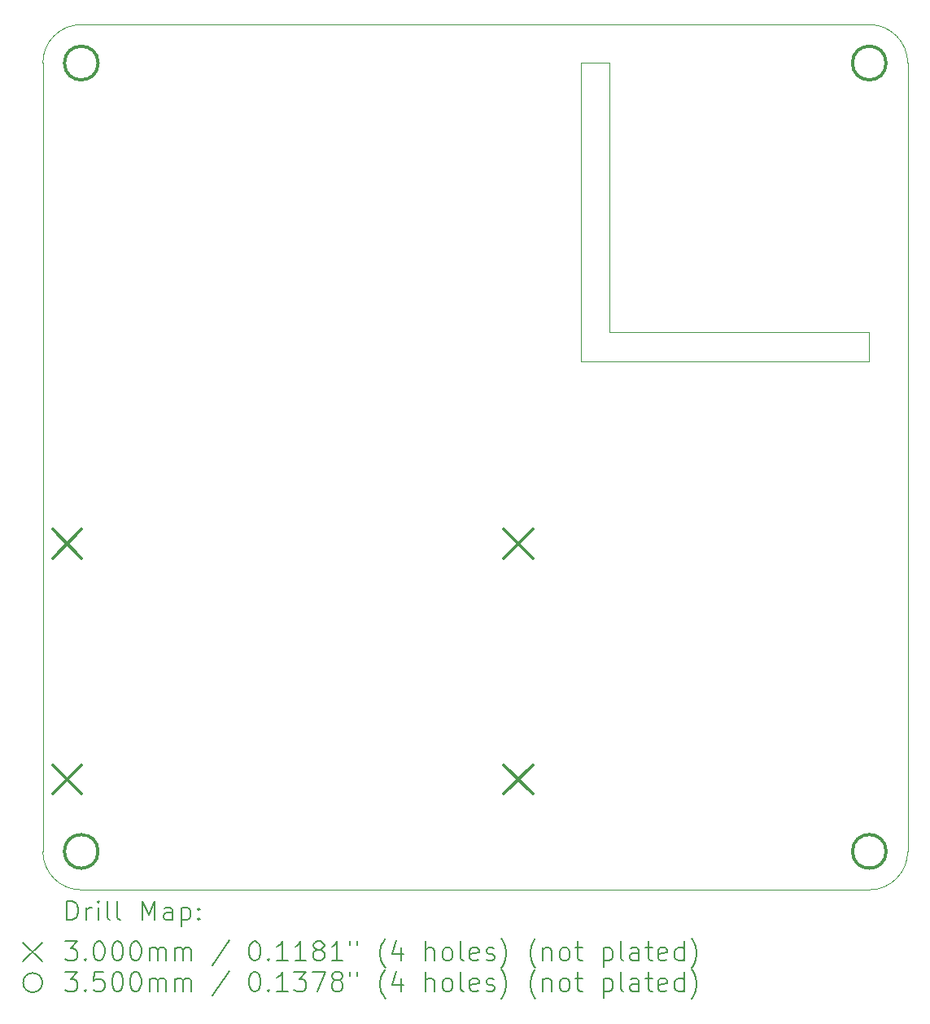
<source format=gbr>
%TF.GenerationSoftware,KiCad,Pcbnew,(6.0.7)*%
%TF.CreationDate,2022-11-19T09:32:56+05:30*%
%TF.ProjectId,ESP32_Drive,45535033-325f-4447-9269-76652e6b6963,rev?*%
%TF.SameCoordinates,Original*%
%TF.FileFunction,Drillmap*%
%TF.FilePolarity,Positive*%
%FSLAX45Y45*%
G04 Gerber Fmt 4.5, Leading zero omitted, Abs format (unit mm)*
G04 Created by KiCad (PCBNEW (6.0.7)) date 2022-11-19 09:32:56*
%MOMM*%
%LPD*%
G01*
G04 APERTURE LIST*
%ADD10C,0.100000*%
%ADD11C,0.200000*%
%ADD12C,0.300000*%
%ADD13C,0.350000*%
G04 APERTURE END LIST*
D10*
X10600000Y-6400000D02*
X10900000Y-6400000D01*
X5000000Y-14600000D02*
G75*
G03*
X5400000Y-15000000I400000J0D01*
G01*
X5400000Y-6000000D02*
G75*
G03*
X5000000Y-6400000I0J-400000D01*
G01*
X13600000Y-15000000D02*
G75*
G03*
X14000000Y-14600000I0J400000D01*
G01*
X13600000Y-9200000D02*
X13600000Y-9500000D01*
X10900000Y-6400000D02*
X10900000Y-9200000D01*
X10600000Y-9500000D02*
X10600000Y-6400000D01*
X5400000Y-6000000D02*
X13600000Y-6000000D01*
X13600000Y-15000000D02*
X5400000Y-15000000D01*
X5000000Y-14600000D02*
X5000000Y-6400000D01*
X14000000Y-6400000D02*
X14000000Y-14600000D01*
X10900000Y-9200000D02*
X13600000Y-9200000D01*
X14000000Y-6400000D02*
G75*
G03*
X13600000Y-6000000I-400000J0D01*
G01*
X13600000Y-9500000D02*
X10600000Y-9500000D01*
D11*
D12*
X5102500Y-11249750D02*
X5402500Y-11549750D01*
X5402500Y-11249750D02*
X5102500Y-11549750D01*
X5102500Y-13700750D02*
X5402500Y-14000750D01*
X5402500Y-13700750D02*
X5102500Y-14000750D01*
X9797500Y-11249750D02*
X10097500Y-11549750D01*
X10097500Y-11249750D02*
X9797500Y-11549750D01*
X9797500Y-13700750D02*
X10097500Y-14000750D01*
X10097500Y-13700750D02*
X9797500Y-14000750D01*
D13*
X5575000Y-6400000D02*
G75*
G03*
X5575000Y-6400000I-175000J0D01*
G01*
X5575000Y-14600000D02*
G75*
G03*
X5575000Y-14600000I-175000J0D01*
G01*
X13775000Y-6400000D02*
G75*
G03*
X13775000Y-6400000I-175000J0D01*
G01*
X13775000Y-14600000D02*
G75*
G03*
X13775000Y-14600000I-175000J0D01*
G01*
D11*
X5252619Y-15315476D02*
X5252619Y-15115476D01*
X5300238Y-15115476D01*
X5328810Y-15125000D01*
X5347857Y-15144048D01*
X5357381Y-15163095D01*
X5366905Y-15201190D01*
X5366905Y-15229762D01*
X5357381Y-15267857D01*
X5347857Y-15286905D01*
X5328810Y-15305952D01*
X5300238Y-15315476D01*
X5252619Y-15315476D01*
X5452619Y-15315476D02*
X5452619Y-15182143D01*
X5452619Y-15220238D02*
X5462143Y-15201190D01*
X5471667Y-15191667D01*
X5490714Y-15182143D01*
X5509762Y-15182143D01*
X5576429Y-15315476D02*
X5576429Y-15182143D01*
X5576429Y-15115476D02*
X5566905Y-15125000D01*
X5576429Y-15134524D01*
X5585952Y-15125000D01*
X5576429Y-15115476D01*
X5576429Y-15134524D01*
X5700238Y-15315476D02*
X5681190Y-15305952D01*
X5671667Y-15286905D01*
X5671667Y-15115476D01*
X5805000Y-15315476D02*
X5785952Y-15305952D01*
X5776428Y-15286905D01*
X5776428Y-15115476D01*
X6033571Y-15315476D02*
X6033571Y-15115476D01*
X6100238Y-15258333D01*
X6166905Y-15115476D01*
X6166905Y-15315476D01*
X6347857Y-15315476D02*
X6347857Y-15210714D01*
X6338333Y-15191667D01*
X6319286Y-15182143D01*
X6281190Y-15182143D01*
X6262143Y-15191667D01*
X6347857Y-15305952D02*
X6328809Y-15315476D01*
X6281190Y-15315476D01*
X6262143Y-15305952D01*
X6252619Y-15286905D01*
X6252619Y-15267857D01*
X6262143Y-15248809D01*
X6281190Y-15239286D01*
X6328809Y-15239286D01*
X6347857Y-15229762D01*
X6443095Y-15182143D02*
X6443095Y-15382143D01*
X6443095Y-15191667D02*
X6462143Y-15182143D01*
X6500238Y-15182143D01*
X6519286Y-15191667D01*
X6528809Y-15201190D01*
X6538333Y-15220238D01*
X6538333Y-15277381D01*
X6528809Y-15296428D01*
X6519286Y-15305952D01*
X6500238Y-15315476D01*
X6462143Y-15315476D01*
X6443095Y-15305952D01*
X6624048Y-15296428D02*
X6633571Y-15305952D01*
X6624048Y-15315476D01*
X6614524Y-15305952D01*
X6624048Y-15296428D01*
X6624048Y-15315476D01*
X6624048Y-15191667D02*
X6633571Y-15201190D01*
X6624048Y-15210714D01*
X6614524Y-15201190D01*
X6624048Y-15191667D01*
X6624048Y-15210714D01*
X4795000Y-15545000D02*
X4995000Y-15745000D01*
X4995000Y-15545000D02*
X4795000Y-15745000D01*
X5233571Y-15535476D02*
X5357381Y-15535476D01*
X5290714Y-15611667D01*
X5319286Y-15611667D01*
X5338333Y-15621190D01*
X5347857Y-15630714D01*
X5357381Y-15649762D01*
X5357381Y-15697381D01*
X5347857Y-15716428D01*
X5338333Y-15725952D01*
X5319286Y-15735476D01*
X5262143Y-15735476D01*
X5243095Y-15725952D01*
X5233571Y-15716428D01*
X5443095Y-15716428D02*
X5452619Y-15725952D01*
X5443095Y-15735476D01*
X5433571Y-15725952D01*
X5443095Y-15716428D01*
X5443095Y-15735476D01*
X5576429Y-15535476D02*
X5595476Y-15535476D01*
X5614524Y-15545000D01*
X5624048Y-15554524D01*
X5633571Y-15573571D01*
X5643095Y-15611667D01*
X5643095Y-15659286D01*
X5633571Y-15697381D01*
X5624048Y-15716428D01*
X5614524Y-15725952D01*
X5595476Y-15735476D01*
X5576429Y-15735476D01*
X5557381Y-15725952D01*
X5547857Y-15716428D01*
X5538333Y-15697381D01*
X5528810Y-15659286D01*
X5528810Y-15611667D01*
X5538333Y-15573571D01*
X5547857Y-15554524D01*
X5557381Y-15545000D01*
X5576429Y-15535476D01*
X5766905Y-15535476D02*
X5785952Y-15535476D01*
X5805000Y-15545000D01*
X5814524Y-15554524D01*
X5824048Y-15573571D01*
X5833571Y-15611667D01*
X5833571Y-15659286D01*
X5824048Y-15697381D01*
X5814524Y-15716428D01*
X5805000Y-15725952D01*
X5785952Y-15735476D01*
X5766905Y-15735476D01*
X5747857Y-15725952D01*
X5738333Y-15716428D01*
X5728809Y-15697381D01*
X5719286Y-15659286D01*
X5719286Y-15611667D01*
X5728809Y-15573571D01*
X5738333Y-15554524D01*
X5747857Y-15545000D01*
X5766905Y-15535476D01*
X5957381Y-15535476D02*
X5976428Y-15535476D01*
X5995476Y-15545000D01*
X6005000Y-15554524D01*
X6014524Y-15573571D01*
X6024048Y-15611667D01*
X6024048Y-15659286D01*
X6014524Y-15697381D01*
X6005000Y-15716428D01*
X5995476Y-15725952D01*
X5976428Y-15735476D01*
X5957381Y-15735476D01*
X5938333Y-15725952D01*
X5928809Y-15716428D01*
X5919286Y-15697381D01*
X5909762Y-15659286D01*
X5909762Y-15611667D01*
X5919286Y-15573571D01*
X5928809Y-15554524D01*
X5938333Y-15545000D01*
X5957381Y-15535476D01*
X6109762Y-15735476D02*
X6109762Y-15602143D01*
X6109762Y-15621190D02*
X6119286Y-15611667D01*
X6138333Y-15602143D01*
X6166905Y-15602143D01*
X6185952Y-15611667D01*
X6195476Y-15630714D01*
X6195476Y-15735476D01*
X6195476Y-15630714D02*
X6205000Y-15611667D01*
X6224048Y-15602143D01*
X6252619Y-15602143D01*
X6271667Y-15611667D01*
X6281190Y-15630714D01*
X6281190Y-15735476D01*
X6376428Y-15735476D02*
X6376428Y-15602143D01*
X6376428Y-15621190D02*
X6385952Y-15611667D01*
X6405000Y-15602143D01*
X6433571Y-15602143D01*
X6452619Y-15611667D01*
X6462143Y-15630714D01*
X6462143Y-15735476D01*
X6462143Y-15630714D02*
X6471667Y-15611667D01*
X6490714Y-15602143D01*
X6519286Y-15602143D01*
X6538333Y-15611667D01*
X6547857Y-15630714D01*
X6547857Y-15735476D01*
X6938333Y-15525952D02*
X6766905Y-15783095D01*
X7195476Y-15535476D02*
X7214524Y-15535476D01*
X7233571Y-15545000D01*
X7243095Y-15554524D01*
X7252619Y-15573571D01*
X7262143Y-15611667D01*
X7262143Y-15659286D01*
X7252619Y-15697381D01*
X7243095Y-15716428D01*
X7233571Y-15725952D01*
X7214524Y-15735476D01*
X7195476Y-15735476D01*
X7176428Y-15725952D01*
X7166905Y-15716428D01*
X7157381Y-15697381D01*
X7147857Y-15659286D01*
X7147857Y-15611667D01*
X7157381Y-15573571D01*
X7166905Y-15554524D01*
X7176428Y-15545000D01*
X7195476Y-15535476D01*
X7347857Y-15716428D02*
X7357381Y-15725952D01*
X7347857Y-15735476D01*
X7338333Y-15725952D01*
X7347857Y-15716428D01*
X7347857Y-15735476D01*
X7547857Y-15735476D02*
X7433571Y-15735476D01*
X7490714Y-15735476D02*
X7490714Y-15535476D01*
X7471667Y-15564048D01*
X7452619Y-15583095D01*
X7433571Y-15592619D01*
X7738333Y-15735476D02*
X7624048Y-15735476D01*
X7681190Y-15735476D02*
X7681190Y-15535476D01*
X7662143Y-15564048D01*
X7643095Y-15583095D01*
X7624048Y-15592619D01*
X7852619Y-15621190D02*
X7833571Y-15611667D01*
X7824048Y-15602143D01*
X7814524Y-15583095D01*
X7814524Y-15573571D01*
X7824048Y-15554524D01*
X7833571Y-15545000D01*
X7852619Y-15535476D01*
X7890714Y-15535476D01*
X7909762Y-15545000D01*
X7919286Y-15554524D01*
X7928809Y-15573571D01*
X7928809Y-15583095D01*
X7919286Y-15602143D01*
X7909762Y-15611667D01*
X7890714Y-15621190D01*
X7852619Y-15621190D01*
X7833571Y-15630714D01*
X7824048Y-15640238D01*
X7814524Y-15659286D01*
X7814524Y-15697381D01*
X7824048Y-15716428D01*
X7833571Y-15725952D01*
X7852619Y-15735476D01*
X7890714Y-15735476D01*
X7909762Y-15725952D01*
X7919286Y-15716428D01*
X7928809Y-15697381D01*
X7928809Y-15659286D01*
X7919286Y-15640238D01*
X7909762Y-15630714D01*
X7890714Y-15621190D01*
X8119286Y-15735476D02*
X8005000Y-15735476D01*
X8062143Y-15735476D02*
X8062143Y-15535476D01*
X8043095Y-15564048D01*
X8024048Y-15583095D01*
X8005000Y-15592619D01*
X8195476Y-15535476D02*
X8195476Y-15573571D01*
X8271667Y-15535476D02*
X8271667Y-15573571D01*
X8566905Y-15811667D02*
X8557381Y-15802143D01*
X8538333Y-15773571D01*
X8528810Y-15754524D01*
X8519286Y-15725952D01*
X8509762Y-15678333D01*
X8509762Y-15640238D01*
X8519286Y-15592619D01*
X8528810Y-15564048D01*
X8538333Y-15545000D01*
X8557381Y-15516428D01*
X8566905Y-15506905D01*
X8728810Y-15602143D02*
X8728810Y-15735476D01*
X8681190Y-15525952D02*
X8633571Y-15668809D01*
X8757381Y-15668809D01*
X8985952Y-15735476D02*
X8985952Y-15535476D01*
X9071667Y-15735476D02*
X9071667Y-15630714D01*
X9062143Y-15611667D01*
X9043095Y-15602143D01*
X9014524Y-15602143D01*
X8995476Y-15611667D01*
X8985952Y-15621190D01*
X9195476Y-15735476D02*
X9176429Y-15725952D01*
X9166905Y-15716428D01*
X9157381Y-15697381D01*
X9157381Y-15640238D01*
X9166905Y-15621190D01*
X9176429Y-15611667D01*
X9195476Y-15602143D01*
X9224048Y-15602143D01*
X9243095Y-15611667D01*
X9252619Y-15621190D01*
X9262143Y-15640238D01*
X9262143Y-15697381D01*
X9252619Y-15716428D01*
X9243095Y-15725952D01*
X9224048Y-15735476D01*
X9195476Y-15735476D01*
X9376429Y-15735476D02*
X9357381Y-15725952D01*
X9347857Y-15706905D01*
X9347857Y-15535476D01*
X9528810Y-15725952D02*
X9509762Y-15735476D01*
X9471667Y-15735476D01*
X9452619Y-15725952D01*
X9443095Y-15706905D01*
X9443095Y-15630714D01*
X9452619Y-15611667D01*
X9471667Y-15602143D01*
X9509762Y-15602143D01*
X9528810Y-15611667D01*
X9538333Y-15630714D01*
X9538333Y-15649762D01*
X9443095Y-15668809D01*
X9614524Y-15725952D02*
X9633571Y-15735476D01*
X9671667Y-15735476D01*
X9690714Y-15725952D01*
X9700238Y-15706905D01*
X9700238Y-15697381D01*
X9690714Y-15678333D01*
X9671667Y-15668809D01*
X9643095Y-15668809D01*
X9624048Y-15659286D01*
X9614524Y-15640238D01*
X9614524Y-15630714D01*
X9624048Y-15611667D01*
X9643095Y-15602143D01*
X9671667Y-15602143D01*
X9690714Y-15611667D01*
X9766905Y-15811667D02*
X9776429Y-15802143D01*
X9795476Y-15773571D01*
X9805000Y-15754524D01*
X9814524Y-15725952D01*
X9824048Y-15678333D01*
X9824048Y-15640238D01*
X9814524Y-15592619D01*
X9805000Y-15564048D01*
X9795476Y-15545000D01*
X9776429Y-15516428D01*
X9766905Y-15506905D01*
X10128810Y-15811667D02*
X10119286Y-15802143D01*
X10100238Y-15773571D01*
X10090714Y-15754524D01*
X10081190Y-15725952D01*
X10071667Y-15678333D01*
X10071667Y-15640238D01*
X10081190Y-15592619D01*
X10090714Y-15564048D01*
X10100238Y-15545000D01*
X10119286Y-15516428D01*
X10128810Y-15506905D01*
X10205000Y-15602143D02*
X10205000Y-15735476D01*
X10205000Y-15621190D02*
X10214524Y-15611667D01*
X10233571Y-15602143D01*
X10262143Y-15602143D01*
X10281190Y-15611667D01*
X10290714Y-15630714D01*
X10290714Y-15735476D01*
X10414524Y-15735476D02*
X10395476Y-15725952D01*
X10385952Y-15716428D01*
X10376429Y-15697381D01*
X10376429Y-15640238D01*
X10385952Y-15621190D01*
X10395476Y-15611667D01*
X10414524Y-15602143D01*
X10443095Y-15602143D01*
X10462143Y-15611667D01*
X10471667Y-15621190D01*
X10481190Y-15640238D01*
X10481190Y-15697381D01*
X10471667Y-15716428D01*
X10462143Y-15725952D01*
X10443095Y-15735476D01*
X10414524Y-15735476D01*
X10538333Y-15602143D02*
X10614524Y-15602143D01*
X10566905Y-15535476D02*
X10566905Y-15706905D01*
X10576429Y-15725952D01*
X10595476Y-15735476D01*
X10614524Y-15735476D01*
X10833571Y-15602143D02*
X10833571Y-15802143D01*
X10833571Y-15611667D02*
X10852619Y-15602143D01*
X10890714Y-15602143D01*
X10909762Y-15611667D01*
X10919286Y-15621190D01*
X10928810Y-15640238D01*
X10928810Y-15697381D01*
X10919286Y-15716428D01*
X10909762Y-15725952D01*
X10890714Y-15735476D01*
X10852619Y-15735476D01*
X10833571Y-15725952D01*
X11043095Y-15735476D02*
X11024048Y-15725952D01*
X11014524Y-15706905D01*
X11014524Y-15535476D01*
X11205000Y-15735476D02*
X11205000Y-15630714D01*
X11195476Y-15611667D01*
X11176429Y-15602143D01*
X11138333Y-15602143D01*
X11119286Y-15611667D01*
X11205000Y-15725952D02*
X11185952Y-15735476D01*
X11138333Y-15735476D01*
X11119286Y-15725952D01*
X11109762Y-15706905D01*
X11109762Y-15687857D01*
X11119286Y-15668809D01*
X11138333Y-15659286D01*
X11185952Y-15659286D01*
X11205000Y-15649762D01*
X11271667Y-15602143D02*
X11347857Y-15602143D01*
X11300238Y-15535476D02*
X11300238Y-15706905D01*
X11309762Y-15725952D01*
X11328809Y-15735476D01*
X11347857Y-15735476D01*
X11490714Y-15725952D02*
X11471667Y-15735476D01*
X11433571Y-15735476D01*
X11414524Y-15725952D01*
X11405000Y-15706905D01*
X11405000Y-15630714D01*
X11414524Y-15611667D01*
X11433571Y-15602143D01*
X11471667Y-15602143D01*
X11490714Y-15611667D01*
X11500238Y-15630714D01*
X11500238Y-15649762D01*
X11405000Y-15668809D01*
X11671667Y-15735476D02*
X11671667Y-15535476D01*
X11671667Y-15725952D02*
X11652619Y-15735476D01*
X11614524Y-15735476D01*
X11595476Y-15725952D01*
X11585952Y-15716428D01*
X11576428Y-15697381D01*
X11576428Y-15640238D01*
X11585952Y-15621190D01*
X11595476Y-15611667D01*
X11614524Y-15602143D01*
X11652619Y-15602143D01*
X11671667Y-15611667D01*
X11747857Y-15811667D02*
X11757381Y-15802143D01*
X11776428Y-15773571D01*
X11785952Y-15754524D01*
X11795476Y-15725952D01*
X11805000Y-15678333D01*
X11805000Y-15640238D01*
X11795476Y-15592619D01*
X11785952Y-15564048D01*
X11776428Y-15545000D01*
X11757381Y-15516428D01*
X11747857Y-15506905D01*
X4995000Y-15965000D02*
G75*
G03*
X4995000Y-15965000I-100000J0D01*
G01*
X5233571Y-15855476D02*
X5357381Y-15855476D01*
X5290714Y-15931667D01*
X5319286Y-15931667D01*
X5338333Y-15941190D01*
X5347857Y-15950714D01*
X5357381Y-15969762D01*
X5357381Y-16017381D01*
X5347857Y-16036428D01*
X5338333Y-16045952D01*
X5319286Y-16055476D01*
X5262143Y-16055476D01*
X5243095Y-16045952D01*
X5233571Y-16036428D01*
X5443095Y-16036428D02*
X5452619Y-16045952D01*
X5443095Y-16055476D01*
X5433571Y-16045952D01*
X5443095Y-16036428D01*
X5443095Y-16055476D01*
X5633571Y-15855476D02*
X5538333Y-15855476D01*
X5528810Y-15950714D01*
X5538333Y-15941190D01*
X5557381Y-15931667D01*
X5605000Y-15931667D01*
X5624048Y-15941190D01*
X5633571Y-15950714D01*
X5643095Y-15969762D01*
X5643095Y-16017381D01*
X5633571Y-16036428D01*
X5624048Y-16045952D01*
X5605000Y-16055476D01*
X5557381Y-16055476D01*
X5538333Y-16045952D01*
X5528810Y-16036428D01*
X5766905Y-15855476D02*
X5785952Y-15855476D01*
X5805000Y-15865000D01*
X5814524Y-15874524D01*
X5824048Y-15893571D01*
X5833571Y-15931667D01*
X5833571Y-15979286D01*
X5824048Y-16017381D01*
X5814524Y-16036428D01*
X5805000Y-16045952D01*
X5785952Y-16055476D01*
X5766905Y-16055476D01*
X5747857Y-16045952D01*
X5738333Y-16036428D01*
X5728809Y-16017381D01*
X5719286Y-15979286D01*
X5719286Y-15931667D01*
X5728809Y-15893571D01*
X5738333Y-15874524D01*
X5747857Y-15865000D01*
X5766905Y-15855476D01*
X5957381Y-15855476D02*
X5976428Y-15855476D01*
X5995476Y-15865000D01*
X6005000Y-15874524D01*
X6014524Y-15893571D01*
X6024048Y-15931667D01*
X6024048Y-15979286D01*
X6014524Y-16017381D01*
X6005000Y-16036428D01*
X5995476Y-16045952D01*
X5976428Y-16055476D01*
X5957381Y-16055476D01*
X5938333Y-16045952D01*
X5928809Y-16036428D01*
X5919286Y-16017381D01*
X5909762Y-15979286D01*
X5909762Y-15931667D01*
X5919286Y-15893571D01*
X5928809Y-15874524D01*
X5938333Y-15865000D01*
X5957381Y-15855476D01*
X6109762Y-16055476D02*
X6109762Y-15922143D01*
X6109762Y-15941190D02*
X6119286Y-15931667D01*
X6138333Y-15922143D01*
X6166905Y-15922143D01*
X6185952Y-15931667D01*
X6195476Y-15950714D01*
X6195476Y-16055476D01*
X6195476Y-15950714D02*
X6205000Y-15931667D01*
X6224048Y-15922143D01*
X6252619Y-15922143D01*
X6271667Y-15931667D01*
X6281190Y-15950714D01*
X6281190Y-16055476D01*
X6376428Y-16055476D02*
X6376428Y-15922143D01*
X6376428Y-15941190D02*
X6385952Y-15931667D01*
X6405000Y-15922143D01*
X6433571Y-15922143D01*
X6452619Y-15931667D01*
X6462143Y-15950714D01*
X6462143Y-16055476D01*
X6462143Y-15950714D02*
X6471667Y-15931667D01*
X6490714Y-15922143D01*
X6519286Y-15922143D01*
X6538333Y-15931667D01*
X6547857Y-15950714D01*
X6547857Y-16055476D01*
X6938333Y-15845952D02*
X6766905Y-16103095D01*
X7195476Y-15855476D02*
X7214524Y-15855476D01*
X7233571Y-15865000D01*
X7243095Y-15874524D01*
X7252619Y-15893571D01*
X7262143Y-15931667D01*
X7262143Y-15979286D01*
X7252619Y-16017381D01*
X7243095Y-16036428D01*
X7233571Y-16045952D01*
X7214524Y-16055476D01*
X7195476Y-16055476D01*
X7176428Y-16045952D01*
X7166905Y-16036428D01*
X7157381Y-16017381D01*
X7147857Y-15979286D01*
X7147857Y-15931667D01*
X7157381Y-15893571D01*
X7166905Y-15874524D01*
X7176428Y-15865000D01*
X7195476Y-15855476D01*
X7347857Y-16036428D02*
X7357381Y-16045952D01*
X7347857Y-16055476D01*
X7338333Y-16045952D01*
X7347857Y-16036428D01*
X7347857Y-16055476D01*
X7547857Y-16055476D02*
X7433571Y-16055476D01*
X7490714Y-16055476D02*
X7490714Y-15855476D01*
X7471667Y-15884048D01*
X7452619Y-15903095D01*
X7433571Y-15912619D01*
X7614524Y-15855476D02*
X7738333Y-15855476D01*
X7671667Y-15931667D01*
X7700238Y-15931667D01*
X7719286Y-15941190D01*
X7728809Y-15950714D01*
X7738333Y-15969762D01*
X7738333Y-16017381D01*
X7728809Y-16036428D01*
X7719286Y-16045952D01*
X7700238Y-16055476D01*
X7643095Y-16055476D01*
X7624048Y-16045952D01*
X7614524Y-16036428D01*
X7805000Y-15855476D02*
X7938333Y-15855476D01*
X7852619Y-16055476D01*
X8043095Y-15941190D02*
X8024048Y-15931667D01*
X8014524Y-15922143D01*
X8005000Y-15903095D01*
X8005000Y-15893571D01*
X8014524Y-15874524D01*
X8024048Y-15865000D01*
X8043095Y-15855476D01*
X8081190Y-15855476D01*
X8100238Y-15865000D01*
X8109762Y-15874524D01*
X8119286Y-15893571D01*
X8119286Y-15903095D01*
X8109762Y-15922143D01*
X8100238Y-15931667D01*
X8081190Y-15941190D01*
X8043095Y-15941190D01*
X8024048Y-15950714D01*
X8014524Y-15960238D01*
X8005000Y-15979286D01*
X8005000Y-16017381D01*
X8014524Y-16036428D01*
X8024048Y-16045952D01*
X8043095Y-16055476D01*
X8081190Y-16055476D01*
X8100238Y-16045952D01*
X8109762Y-16036428D01*
X8119286Y-16017381D01*
X8119286Y-15979286D01*
X8109762Y-15960238D01*
X8100238Y-15950714D01*
X8081190Y-15941190D01*
X8195476Y-15855476D02*
X8195476Y-15893571D01*
X8271667Y-15855476D02*
X8271667Y-15893571D01*
X8566905Y-16131667D02*
X8557381Y-16122143D01*
X8538333Y-16093571D01*
X8528810Y-16074524D01*
X8519286Y-16045952D01*
X8509762Y-15998333D01*
X8509762Y-15960238D01*
X8519286Y-15912619D01*
X8528810Y-15884048D01*
X8538333Y-15865000D01*
X8557381Y-15836428D01*
X8566905Y-15826905D01*
X8728810Y-15922143D02*
X8728810Y-16055476D01*
X8681190Y-15845952D02*
X8633571Y-15988809D01*
X8757381Y-15988809D01*
X8985952Y-16055476D02*
X8985952Y-15855476D01*
X9071667Y-16055476D02*
X9071667Y-15950714D01*
X9062143Y-15931667D01*
X9043095Y-15922143D01*
X9014524Y-15922143D01*
X8995476Y-15931667D01*
X8985952Y-15941190D01*
X9195476Y-16055476D02*
X9176429Y-16045952D01*
X9166905Y-16036428D01*
X9157381Y-16017381D01*
X9157381Y-15960238D01*
X9166905Y-15941190D01*
X9176429Y-15931667D01*
X9195476Y-15922143D01*
X9224048Y-15922143D01*
X9243095Y-15931667D01*
X9252619Y-15941190D01*
X9262143Y-15960238D01*
X9262143Y-16017381D01*
X9252619Y-16036428D01*
X9243095Y-16045952D01*
X9224048Y-16055476D01*
X9195476Y-16055476D01*
X9376429Y-16055476D02*
X9357381Y-16045952D01*
X9347857Y-16026905D01*
X9347857Y-15855476D01*
X9528810Y-16045952D02*
X9509762Y-16055476D01*
X9471667Y-16055476D01*
X9452619Y-16045952D01*
X9443095Y-16026905D01*
X9443095Y-15950714D01*
X9452619Y-15931667D01*
X9471667Y-15922143D01*
X9509762Y-15922143D01*
X9528810Y-15931667D01*
X9538333Y-15950714D01*
X9538333Y-15969762D01*
X9443095Y-15988809D01*
X9614524Y-16045952D02*
X9633571Y-16055476D01*
X9671667Y-16055476D01*
X9690714Y-16045952D01*
X9700238Y-16026905D01*
X9700238Y-16017381D01*
X9690714Y-15998333D01*
X9671667Y-15988809D01*
X9643095Y-15988809D01*
X9624048Y-15979286D01*
X9614524Y-15960238D01*
X9614524Y-15950714D01*
X9624048Y-15931667D01*
X9643095Y-15922143D01*
X9671667Y-15922143D01*
X9690714Y-15931667D01*
X9766905Y-16131667D02*
X9776429Y-16122143D01*
X9795476Y-16093571D01*
X9805000Y-16074524D01*
X9814524Y-16045952D01*
X9824048Y-15998333D01*
X9824048Y-15960238D01*
X9814524Y-15912619D01*
X9805000Y-15884048D01*
X9795476Y-15865000D01*
X9776429Y-15836428D01*
X9766905Y-15826905D01*
X10128810Y-16131667D02*
X10119286Y-16122143D01*
X10100238Y-16093571D01*
X10090714Y-16074524D01*
X10081190Y-16045952D01*
X10071667Y-15998333D01*
X10071667Y-15960238D01*
X10081190Y-15912619D01*
X10090714Y-15884048D01*
X10100238Y-15865000D01*
X10119286Y-15836428D01*
X10128810Y-15826905D01*
X10205000Y-15922143D02*
X10205000Y-16055476D01*
X10205000Y-15941190D02*
X10214524Y-15931667D01*
X10233571Y-15922143D01*
X10262143Y-15922143D01*
X10281190Y-15931667D01*
X10290714Y-15950714D01*
X10290714Y-16055476D01*
X10414524Y-16055476D02*
X10395476Y-16045952D01*
X10385952Y-16036428D01*
X10376429Y-16017381D01*
X10376429Y-15960238D01*
X10385952Y-15941190D01*
X10395476Y-15931667D01*
X10414524Y-15922143D01*
X10443095Y-15922143D01*
X10462143Y-15931667D01*
X10471667Y-15941190D01*
X10481190Y-15960238D01*
X10481190Y-16017381D01*
X10471667Y-16036428D01*
X10462143Y-16045952D01*
X10443095Y-16055476D01*
X10414524Y-16055476D01*
X10538333Y-15922143D02*
X10614524Y-15922143D01*
X10566905Y-15855476D02*
X10566905Y-16026905D01*
X10576429Y-16045952D01*
X10595476Y-16055476D01*
X10614524Y-16055476D01*
X10833571Y-15922143D02*
X10833571Y-16122143D01*
X10833571Y-15931667D02*
X10852619Y-15922143D01*
X10890714Y-15922143D01*
X10909762Y-15931667D01*
X10919286Y-15941190D01*
X10928810Y-15960238D01*
X10928810Y-16017381D01*
X10919286Y-16036428D01*
X10909762Y-16045952D01*
X10890714Y-16055476D01*
X10852619Y-16055476D01*
X10833571Y-16045952D01*
X11043095Y-16055476D02*
X11024048Y-16045952D01*
X11014524Y-16026905D01*
X11014524Y-15855476D01*
X11205000Y-16055476D02*
X11205000Y-15950714D01*
X11195476Y-15931667D01*
X11176429Y-15922143D01*
X11138333Y-15922143D01*
X11119286Y-15931667D01*
X11205000Y-16045952D02*
X11185952Y-16055476D01*
X11138333Y-16055476D01*
X11119286Y-16045952D01*
X11109762Y-16026905D01*
X11109762Y-16007857D01*
X11119286Y-15988809D01*
X11138333Y-15979286D01*
X11185952Y-15979286D01*
X11205000Y-15969762D01*
X11271667Y-15922143D02*
X11347857Y-15922143D01*
X11300238Y-15855476D02*
X11300238Y-16026905D01*
X11309762Y-16045952D01*
X11328809Y-16055476D01*
X11347857Y-16055476D01*
X11490714Y-16045952D02*
X11471667Y-16055476D01*
X11433571Y-16055476D01*
X11414524Y-16045952D01*
X11405000Y-16026905D01*
X11405000Y-15950714D01*
X11414524Y-15931667D01*
X11433571Y-15922143D01*
X11471667Y-15922143D01*
X11490714Y-15931667D01*
X11500238Y-15950714D01*
X11500238Y-15969762D01*
X11405000Y-15988809D01*
X11671667Y-16055476D02*
X11671667Y-15855476D01*
X11671667Y-16045952D02*
X11652619Y-16055476D01*
X11614524Y-16055476D01*
X11595476Y-16045952D01*
X11585952Y-16036428D01*
X11576428Y-16017381D01*
X11576428Y-15960238D01*
X11585952Y-15941190D01*
X11595476Y-15931667D01*
X11614524Y-15922143D01*
X11652619Y-15922143D01*
X11671667Y-15931667D01*
X11747857Y-16131667D02*
X11757381Y-16122143D01*
X11776428Y-16093571D01*
X11785952Y-16074524D01*
X11795476Y-16045952D01*
X11805000Y-15998333D01*
X11805000Y-15960238D01*
X11795476Y-15912619D01*
X11785952Y-15884048D01*
X11776428Y-15865000D01*
X11757381Y-15836428D01*
X11747857Y-15826905D01*
M02*

</source>
